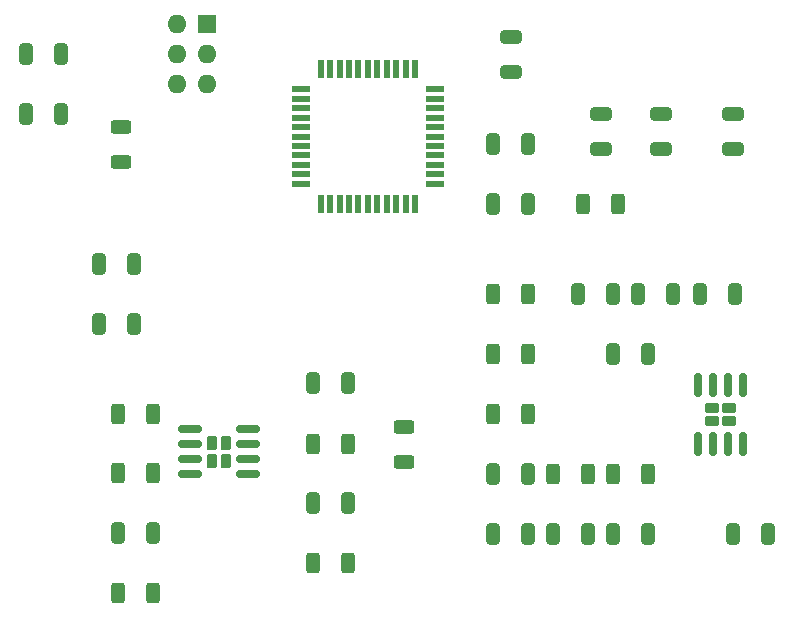
<source format=gbr>
%TF.GenerationSoftware,KiCad,Pcbnew,7.0.8*%
%TF.CreationDate,2023-11-15T23:37:16-08:00*%
%TF.ProjectId,guitar_pedal,67756974-6172-45f7-9065-64616c2e6b69,rev?*%
%TF.SameCoordinates,Original*%
%TF.FileFunction,Paste,Top*%
%TF.FilePolarity,Positive*%
%FSLAX46Y46*%
G04 Gerber Fmt 4.6, Leading zero omitted, Abs format (unit mm)*
G04 Created by KiCad (PCBNEW 7.0.8) date 2023-11-15 23:37:16*
%MOMM*%
%LPD*%
G01*
G04 APERTURE LIST*
G04 Aperture macros list*
%AMRoundRect*
0 Rectangle with rounded corners*
0 $1 Rounding radius*
0 $2 $3 $4 $5 $6 $7 $8 $9 X,Y pos of 4 corners*
0 Add a 4 corners polygon primitive as box body*
4,1,4,$2,$3,$4,$5,$6,$7,$8,$9,$2,$3,0*
0 Add four circle primitives for the rounded corners*
1,1,$1+$1,$2,$3*
1,1,$1+$1,$4,$5*
1,1,$1+$1,$6,$7*
1,1,$1+$1,$8,$9*
0 Add four rect primitives between the rounded corners*
20,1,$1+$1,$2,$3,$4,$5,0*
20,1,$1+$1,$4,$5,$6,$7,0*
20,1,$1+$1,$6,$7,$8,$9,0*
20,1,$1+$1,$8,$9,$2,$3,0*%
G04 Aperture macros list end*
%ADD10RoundRect,0.250000X-0.650000X0.325000X-0.650000X-0.325000X0.650000X-0.325000X0.650000X0.325000X0*%
%ADD11RoundRect,0.250000X0.325000X0.650000X-0.325000X0.650000X-0.325000X-0.650000X0.325000X-0.650000X0*%
%ADD12RoundRect,0.250000X-0.325000X-0.650000X0.325000X-0.650000X0.325000X0.650000X-0.325000X0.650000X0*%
%ADD13RoundRect,0.250000X0.312500X0.625000X-0.312500X0.625000X-0.312500X-0.625000X0.312500X-0.625000X0*%
%ADD14RoundRect,0.250000X-0.625000X0.312500X-0.625000X-0.312500X0.625000X-0.312500X0.625000X0.312500X0*%
%ADD15RoundRect,0.250000X-0.312500X-0.625000X0.312500X-0.625000X0.312500X0.625000X-0.312500X0.625000X0*%
%ADD16O,1.600000X1.600000*%
%ADD17R,1.600000X1.600000*%
%ADD18RoundRect,0.250000X0.625000X-0.312500X0.625000X0.312500X-0.625000X0.312500X-0.625000X-0.312500X0*%
%ADD19RoundRect,0.250000X0.650000X-0.325000X0.650000X0.325000X-0.650000X0.325000X-0.650000X-0.325000X0*%
%ADD20RoundRect,0.230000X-0.230000X-0.375000X0.230000X-0.375000X0.230000X0.375000X-0.230000X0.375000X0*%
%ADD21RoundRect,0.150000X-0.825000X-0.150000X0.825000X-0.150000X0.825000X0.150000X-0.825000X0.150000X0*%
%ADD22RoundRect,0.230000X0.375000X-0.230000X0.375000X0.230000X-0.375000X0.230000X-0.375000X-0.230000X0*%
%ADD23RoundRect,0.150000X0.150000X-0.825000X0.150000X0.825000X-0.150000X0.825000X-0.150000X-0.825000X0*%
%ADD24R,1.500000X0.550000*%
%ADD25R,0.550000X1.500000*%
G04 APERTURE END LIST*
D10*
%TO.C,C18*%
X182880000Y-68990000D03*
X182880000Y-66040000D03*
%TD*%
D11*
%TO.C,C22*%
X165510000Y-101600000D03*
X162560000Y-101600000D03*
%TD*%
%TO.C,C21*%
X174850000Y-81280000D03*
X177800000Y-81280000D03*
%TD*%
%TO.C,C19*%
X167640000Y-101600000D03*
X170590000Y-101600000D03*
%TD*%
%TO.C,C14*%
X183013874Y-81280000D03*
X180063874Y-81280000D03*
%TD*%
D12*
%TO.C,C11*%
X172720000Y-101600000D03*
X175670000Y-101600000D03*
%TD*%
D10*
%TO.C,C3*%
X176735000Y-66040000D03*
X176735000Y-68990000D03*
%TD*%
D13*
%TO.C,R5*%
X133760000Y-96405000D03*
X130835000Y-96405000D03*
%TD*%
D11*
%TO.C,C5*%
X132170000Y-83780000D03*
X129220000Y-83780000D03*
%TD*%
D12*
%TO.C,C7*%
X130822500Y-101485000D03*
X133772500Y-101485000D03*
%TD*%
D14*
%TO.C,R11*%
X154975000Y-92517500D03*
X154975000Y-95442500D03*
%TD*%
D13*
%TO.C,R3*%
X150257500Y-93980000D03*
X147332500Y-93980000D03*
%TD*%
%TO.C,R8*%
X165497500Y-81280000D03*
X162572500Y-81280000D03*
%TD*%
D11*
%TO.C,C10*%
X165510000Y-96520000D03*
X162560000Y-96520000D03*
%TD*%
D10*
%TO.C,C1*%
X171655000Y-66040000D03*
X171655000Y-68990000D03*
%TD*%
D12*
%TO.C,C16*%
X122985000Y-66040000D03*
X125935000Y-66040000D03*
%TD*%
D13*
%TO.C,R7*%
X165497500Y-91440000D03*
X162572500Y-91440000D03*
%TD*%
D15*
%TO.C,R2*%
X147332500Y-104025000D03*
X150257500Y-104025000D03*
%TD*%
D16*
%TO.C,J3*%
X135775000Y-58420000D03*
D17*
X138315000Y-58420000D03*
D16*
X135775000Y-60960000D03*
X138315000Y-60960000D03*
X135775000Y-63500000D03*
X138315000Y-63500000D03*
%TD*%
D13*
%TO.C,R4*%
X133760000Y-106565000D03*
X130835000Y-106565000D03*
%TD*%
D18*
%TO.C,R12*%
X131015000Y-70042500D03*
X131015000Y-67117500D03*
%TD*%
D19*
%TO.C,C15*%
X164035000Y-62435000D03*
X164035000Y-59485000D03*
%TD*%
D11*
%TO.C,C17*%
X125935000Y-60960000D03*
X122985000Y-60960000D03*
%TD*%
%TO.C,C13*%
X175670000Y-86360000D03*
X172720000Y-86360000D03*
%TD*%
D20*
%TO.C,U3*%
X138777500Y-93865000D03*
X138777500Y-95365000D03*
X139917500Y-93865000D03*
X139917500Y-95365000D03*
D21*
X136872500Y-92710000D03*
X136872500Y-93980000D03*
X136872500Y-95250000D03*
X136872500Y-96520000D03*
X141822500Y-96520000D03*
X141822500Y-95250000D03*
X141822500Y-93980000D03*
X141822500Y-92710000D03*
%TD*%
D11*
%TO.C,C12*%
X185830000Y-101600000D03*
X182880000Y-101600000D03*
%TD*%
%TO.C,C8*%
X150270000Y-98945000D03*
X147320000Y-98945000D03*
%TD*%
D12*
%TO.C,C2*%
X162560000Y-68580000D03*
X165510000Y-68580000D03*
%TD*%
D22*
%TO.C,U4*%
X181065000Y-92010000D03*
X182565000Y-92010000D03*
X181065000Y-90870000D03*
X182565000Y-90870000D03*
D23*
X179910000Y-93915000D03*
X181180000Y-93915000D03*
X182450000Y-93915000D03*
X183720000Y-93915000D03*
X183720000Y-88965000D03*
X182450000Y-88965000D03*
X181180000Y-88965000D03*
X179910000Y-88965000D03*
%TD*%
D12*
%TO.C,C9*%
X147320000Y-88785000D03*
X150270000Y-88785000D03*
%TD*%
D15*
%TO.C,R6*%
X130835000Y-91440000D03*
X133760000Y-91440000D03*
%TD*%
D11*
%TO.C,C6*%
X132170000Y-78700000D03*
X129220000Y-78700000D03*
%TD*%
D13*
%TO.C,R10*%
X175657500Y-96520000D03*
X172732500Y-96520000D03*
%TD*%
D11*
%TO.C,C20*%
X172720000Y-81280000D03*
X169770000Y-81280000D03*
%TD*%
D13*
%TO.C,R9*%
X170577500Y-96520000D03*
X167652500Y-96520000D03*
%TD*%
D24*
%TO.C,U1*%
X146255000Y-63920000D03*
X146255000Y-64720000D03*
X146255000Y-65520000D03*
X146255000Y-66320000D03*
X146255000Y-67120000D03*
X146255000Y-67920000D03*
X146255000Y-68720000D03*
X146255000Y-69520000D03*
X146255000Y-70320000D03*
X146255000Y-71120000D03*
X146255000Y-71920000D03*
D25*
X147955000Y-73620000D03*
X148755000Y-73620000D03*
X149555000Y-73620000D03*
X150355000Y-73620000D03*
X151155000Y-73620000D03*
X151955000Y-73620000D03*
X152755000Y-73620000D03*
X153555000Y-73620000D03*
X154355000Y-73620000D03*
X155155000Y-73620000D03*
X155955000Y-73620000D03*
D24*
X157655000Y-71920000D03*
X157655000Y-71120000D03*
X157655000Y-70320000D03*
X157655000Y-69520000D03*
X157655000Y-68720000D03*
X157655000Y-67920000D03*
X157655000Y-67120000D03*
X157655000Y-66320000D03*
X157655000Y-65520000D03*
X157655000Y-64720000D03*
X157655000Y-63920000D03*
D25*
X155955000Y-62220000D03*
X155155000Y-62220000D03*
X154355000Y-62220000D03*
X153555000Y-62220000D03*
X152755000Y-62220000D03*
X151955000Y-62220000D03*
X151155000Y-62220000D03*
X150355000Y-62220000D03*
X149555000Y-62220000D03*
X148755000Y-62220000D03*
X147955000Y-62220000D03*
%TD*%
D15*
%TO.C,R1*%
X170192500Y-73660000D03*
X173117500Y-73660000D03*
%TD*%
D13*
%TO.C,R13*%
X165497500Y-86360000D03*
X162572500Y-86360000D03*
%TD*%
D12*
%TO.C,C4*%
X162560000Y-73660000D03*
X165510000Y-73660000D03*
%TD*%
M02*

</source>
